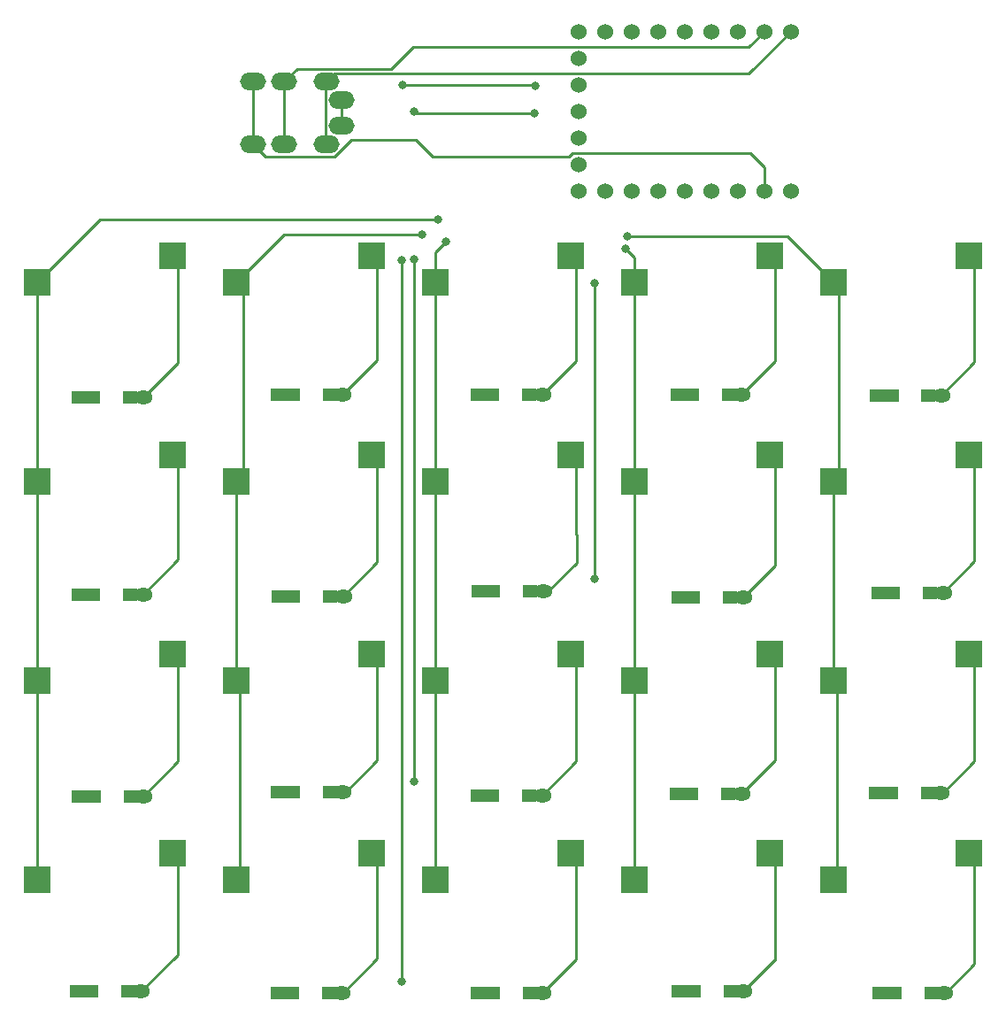
<source format=gbr>
%TF.GenerationSoftware,KiCad,Pcbnew,7.0.1-0*%
%TF.CreationDate,2023-09-10T15:08:47+09:00*%
%TF.ProjectId,jisaku20rp,6a697361-6b75-4323-9072-702e6b696361,rev?*%
%TF.SameCoordinates,Original*%
%TF.FileFunction,Copper,L2,Bot*%
%TF.FilePolarity,Positive*%
%FSLAX46Y46*%
G04 Gerber Fmt 4.6, Leading zero omitted, Abs format (unit mm)*
G04 Created by KiCad (PCBNEW 7.0.1-0) date 2023-09-10 15:08:47*
%MOMM*%
%LPD*%
G01*
G04 APERTURE LIST*
%TA.AperFunction,ComponentPad*%
%ADD10O,2.500000X1.700000*%
%TD*%
%TA.AperFunction,SMDPad,CuDef*%
%ADD11R,2.550000X2.500000*%
%TD*%
%TA.AperFunction,ComponentPad*%
%ADD12C,1.524000*%
%TD*%
%TA.AperFunction,ComponentPad*%
%ADD13R,1.778000X1.300000*%
%TD*%
%TA.AperFunction,SMDPad,CuDef*%
%ADD14R,1.400000X1.300000*%
%TD*%
%TA.AperFunction,ComponentPad*%
%ADD15O,1.778000X1.300000*%
%TD*%
%TA.AperFunction,ViaPad*%
%ADD16C,0.800000*%
%TD*%
%TA.AperFunction,Conductor*%
%ADD17C,0.250000*%
%TD*%
G04 APERTURE END LIST*
D10*
%TO.P,J1,A*%
%TO.N,unconnected-(J1-PadA)*%
X22060000Y17520000D03*
X22060000Y19970000D03*
%TO.P,J1,B*%
%TO.N,data*%
X13560000Y15770000D03*
X13560000Y21720000D03*
%TO.P,J1,C*%
%TO.N,GND*%
X16560000Y15770000D03*
X16560000Y21720000D03*
%TO.P,J1,D*%
%TO.N,VCC*%
X20560000Y15770000D03*
X20560000Y21720000D03*
%TD*%
D11*
%TO.P,SW15,1,1*%
%TO.N,col4*%
X69115000Y-35560000D03*
%TO.P,SW15,2,2*%
%TO.N,Net-(D15-A)*%
X82042000Y-33020000D03*
%TD*%
%TO.P,SW1,1,1*%
%TO.N,col0*%
X-7085000Y2540000D03*
%TO.P,SW1,2,2*%
%TO.N,Net-(D1-A)*%
X5842000Y5080000D03*
%TD*%
%TO.P,SW14,1,1*%
%TO.N,col3*%
X50065000Y-35560000D03*
%TO.P,SW14,2,2*%
%TO.N,Net-(D14-A)*%
X62992000Y-33020000D03*
%TD*%
%TO.P,SW2,1,1*%
%TO.N,col1*%
X11965000Y2540000D03*
%TO.P,SW2,2,2*%
%TO.N,Net-(D2-A)*%
X24892000Y5080000D03*
%TD*%
%TO.P,SW17,1,1*%
%TO.N,col1*%
X11965000Y-54610000D03*
%TO.P,SW17,2,2*%
%TO.N,Net-(D17-A)*%
X24892000Y-52070000D03*
%TD*%
D12*
%TO.P,U2,0,GP0*%
%TO.N,unconnected-(U2-GP0-Pad0)*%
X65000000Y11230000D03*
%TO.P,U2,1,GP1*%
%TO.N,data*%
X62460000Y11230000D03*
%TO.P,U2,2,GP2*%
%TO.N,unconnected-(U2-GP2-Pad2)*%
X59920000Y11230000D03*
%TO.P,U2,3,GP3*%
%TO.N,unconnected-(U2-GP3-Pad3)*%
X57380000Y11230000D03*
%TO.P,U2,4,GP4*%
%TO.N,unconnected-(U2-GP4-Pad4)*%
X54840000Y11230000D03*
%TO.P,U2,5,GP5*%
%TO.N,unconnected-(U2-GP5-Pad5)*%
X52300000Y11230000D03*
%TO.P,U2,6,GP6*%
%TO.N,unconnected-(U2-GP6-Pad6)*%
X49760000Y11230000D03*
%TO.P,U2,7,GP7*%
%TO.N,col4*%
X47220000Y11230000D03*
%TO.P,U2,8,GP8*%
%TO.N,col3*%
X44680000Y11230000D03*
%TO.P,U2,9,GP9*%
%TO.N,row0*%
X44680000Y13770000D03*
%TO.P,U2,10,GP10*%
%TO.N,row1*%
X44680000Y16310000D03*
%TO.P,U2,11,GP11*%
%TO.N,row2*%
X44680000Y18850000D03*
%TO.P,U2,12,GP12*%
%TO.N,row3*%
X44680000Y21390000D03*
%TO.P,U2,13,GP13*%
%TO.N,col2*%
X44680000Y23930000D03*
%TO.P,U2,14,GP14*%
%TO.N,col1*%
X44680000Y26470000D03*
%TO.P,U2,15,GP15*%
%TO.N,col0*%
X47220000Y26470000D03*
%TO.P,U2,26,GP26*%
%TO.N,unconnected-(U2-GP26-Pad26)*%
X49760000Y26470000D03*
%TO.P,U2,27,GP27*%
%TO.N,unconnected-(U2-GP27-Pad27)*%
X52300000Y26470000D03*
%TO.P,U2,28,GP28*%
%TO.N,unconnected-(U2-GP28-Pad28)*%
X54840000Y26470000D03*
%TO.P,U2,29,GP29*%
%TO.N,unconnected-(U2-GP29-Pad29)*%
X57380000Y26470000D03*
%TO.P,U2,30,3V3*%
%TO.N,unconnected-(U2-3V3-Pad30)*%
X59920000Y26470000D03*
%TO.P,U2,31,GND*%
%TO.N,GND*%
X62460000Y26470000D03*
%TO.P,U2,32,5V*%
%TO.N,VCC*%
X65000000Y26470000D03*
%TD*%
D11*
%TO.P,SW5,1,1*%
%TO.N,col4*%
X69115000Y2540000D03*
%TO.P,SW5,2,2*%
%TO.N,Net-(D5-A)*%
X82042000Y5080000D03*
%TD*%
%TO.P,SW7,1,1*%
%TO.N,col1*%
X11965000Y-16510000D03*
%TO.P,SW7,2,2*%
%TO.N,Net-(D7-A)*%
X24892000Y-13970000D03*
%TD*%
%TO.P,SW20,1,1*%
%TO.N,col4*%
X69115000Y-54610000D03*
%TO.P,SW20,2,2*%
%TO.N,Net-(D20-A)*%
X82042000Y-52070000D03*
%TD*%
%TO.P,SW8,1,1*%
%TO.N,col2*%
X31015000Y-16510000D03*
%TO.P,SW8,2,2*%
%TO.N,Net-(D8-A)*%
X43942000Y-13970000D03*
%TD*%
%TO.P,SW10,1,1*%
%TO.N,col4*%
X69115000Y-16510000D03*
%TO.P,SW10,2,2*%
%TO.N,Net-(D10-A)*%
X82042000Y-13970000D03*
%TD*%
%TO.P,SW3,1,1*%
%TO.N,col2*%
X31015000Y2540000D03*
%TO.P,SW3,2,2*%
%TO.N,Net-(D3-A)*%
X43942000Y5080000D03*
%TD*%
%TO.P,SW16,1,1*%
%TO.N,col0*%
X-7085000Y-54610000D03*
%TO.P,SW16,2,2*%
%TO.N,Net-(D16-A)*%
X5842000Y-52070000D03*
%TD*%
%TO.P,SW18,1,1*%
%TO.N,col2*%
X31015000Y-54610000D03*
%TO.P,SW18,2,2*%
%TO.N,Net-(D18-A)*%
X43942000Y-52070000D03*
%TD*%
%TO.P,SW12,1,1*%
%TO.N,col1*%
X11965000Y-35560000D03*
%TO.P,SW12,2,2*%
%TO.N,Net-(D12-A)*%
X24892000Y-33020000D03*
%TD*%
%TO.P,SW9,1,1*%
%TO.N,col3*%
X50065000Y-16510000D03*
%TO.P,SW9,2,2*%
%TO.N,Net-(D9-A)*%
X62992000Y-13970000D03*
%TD*%
%TO.P,SW11,1,1*%
%TO.N,col0*%
X-7085000Y-35560000D03*
%TO.P,SW11,2,2*%
%TO.N,Net-(D11-A)*%
X5842000Y-33020000D03*
%TD*%
%TO.P,SW6,1,1*%
%TO.N,col0*%
X-7085000Y-16510000D03*
%TO.P,SW6,2,2*%
%TO.N,Net-(D6-A)*%
X5842000Y-13970000D03*
%TD*%
%TO.P,SW4,1,1*%
%TO.N,col3*%
X50065000Y2540000D03*
%TO.P,SW4,2,2*%
%TO.N,Net-(D4-A)*%
X62992000Y5080000D03*
%TD*%
%TO.P,SW13,1,1*%
%TO.N,col2*%
X31015000Y-35560000D03*
%TO.P,SW13,2,2*%
%TO.N,Net-(D13-A)*%
X43942000Y-33020000D03*
%TD*%
%TO.P,SW19,1,1*%
%TO.N,col3*%
X50065000Y-54610000D03*
%TO.P,SW19,2,2*%
%TO.N,Net-(D19-A)*%
X62992000Y-52070000D03*
%TD*%
D13*
%TO.P,D15,1,K*%
%TO.N,row2*%
X73360000Y-46332500D03*
D14*
X74585000Y-46332500D03*
%TO.P,D15,2,A*%
%TO.N,Net-(D15-A)*%
X78135000Y-46332500D03*
D15*
X79360000Y-46332500D03*
%TD*%
D13*
%TO.P,D11,1,K*%
%TO.N,row2*%
X-2930000Y-46640000D03*
D14*
X-1705000Y-46640000D03*
%TO.P,D11,2,A*%
%TO.N,Net-(D11-A)*%
X1845000Y-46640000D03*
D15*
X3070000Y-46640000D03*
%TD*%
D13*
%TO.P,D4,1,K*%
%TO.N,row0*%
X54330000Y-8240000D03*
D14*
X55555000Y-8240000D03*
%TO.P,D4,2,A*%
%TO.N,Net-(D4-A)*%
X59105000Y-8240000D03*
D15*
X60330000Y-8240000D03*
%TD*%
D13*
%TO.P,D6,1,K*%
%TO.N,row1*%
X-2950000Y-27340000D03*
D14*
X-1725000Y-27340000D03*
%TO.P,D6,2,A*%
%TO.N,Net-(D6-A)*%
X1825000Y-27340000D03*
D15*
X3050000Y-27340000D03*
%TD*%
D13*
%TO.P,D9,1,K*%
%TO.N,row1*%
X54440000Y-27630000D03*
D14*
X55665000Y-27630000D03*
%TO.P,D9,2,A*%
%TO.N,Net-(D9-A)*%
X59215000Y-27630000D03*
D15*
X60440000Y-27630000D03*
%TD*%
D13*
%TO.P,D8,1,K*%
%TO.N,row1*%
X35310000Y-27050000D03*
D14*
X36535000Y-27050000D03*
%TO.P,D8,2,A*%
%TO.N,Net-(D8-A)*%
X40085000Y-27050000D03*
D15*
X41310000Y-27050000D03*
%TD*%
D13*
%TO.P,D20,1,K*%
%TO.N,row3*%
X73695000Y-65430000D03*
D14*
X74920000Y-65430000D03*
%TO.P,D20,2,A*%
%TO.N,Net-(D20-A)*%
X78470000Y-65430000D03*
D15*
X79695000Y-65430000D03*
%TD*%
D13*
%TO.P,D17,1,K*%
%TO.N,row3*%
X16061250Y-65430000D03*
D14*
X17286250Y-65430000D03*
%TO.P,D17,2,A*%
%TO.N,Net-(D17-A)*%
X20836250Y-65430000D03*
D15*
X22061250Y-65430000D03*
%TD*%
D13*
%TO.P,D12,1,K*%
%TO.N,row2*%
X16142500Y-46230000D03*
D14*
X17367500Y-46230000D03*
%TO.P,D12,2,A*%
%TO.N,Net-(D12-A)*%
X20917500Y-46230000D03*
D15*
X22142500Y-46230000D03*
%TD*%
D13*
%TO.P,D10,1,K*%
%TO.N,row1*%
X73570000Y-27195000D03*
D14*
X74795000Y-27195000D03*
%TO.P,D10,2,A*%
%TO.N,Net-(D10-A)*%
X78345000Y-27195000D03*
D15*
X79570000Y-27195000D03*
%TD*%
D13*
%TO.P,D5,1,K*%
%TO.N,row0*%
X73430000Y-8300000D03*
D14*
X74655000Y-8300000D03*
%TO.P,D5,2,A*%
%TO.N,Net-(D5-A)*%
X78205000Y-8300000D03*
D15*
X79430000Y-8300000D03*
%TD*%
D13*
%TO.P,D13,1,K*%
%TO.N,row2*%
X35215000Y-46537500D03*
D14*
X36440000Y-46537500D03*
%TO.P,D13,2,A*%
%TO.N,Net-(D13-A)*%
X39990000Y-46537500D03*
D15*
X41215000Y-46537500D03*
%TD*%
D13*
%TO.P,D1,1,K*%
%TO.N,row0*%
X-2970000Y-8510000D03*
D14*
X-1745000Y-8510000D03*
%TO.P,D1,2,A*%
%TO.N,Net-(D1-A)*%
X1805000Y-8510000D03*
D15*
X3030000Y-8510000D03*
%TD*%
D13*
%TO.P,D14,1,K*%
%TO.N,row2*%
X54287500Y-46435000D03*
D14*
X55512500Y-46435000D03*
%TO.P,D14,2,A*%
%TO.N,Net-(D14-A)*%
X59062500Y-46435000D03*
D15*
X60287500Y-46435000D03*
%TD*%
D13*
%TO.P,D7,1,K*%
%TO.N,row1*%
X16180000Y-27485000D03*
D14*
X17405000Y-27485000D03*
%TO.P,D7,2,A*%
%TO.N,Net-(D7-A)*%
X20955000Y-27485000D03*
D15*
X22180000Y-27485000D03*
%TD*%
D13*
%TO.P,D3,1,K*%
%TO.N,row0*%
X35230000Y-8240000D03*
D14*
X36455000Y-8240000D03*
%TO.P,D3,2,A*%
%TO.N,Net-(D3-A)*%
X40005000Y-8240000D03*
D15*
X41230000Y-8240000D03*
%TD*%
D13*
%TO.P,D19,1,K*%
%TO.N,row3*%
X54483750Y-65300000D03*
D14*
X55708750Y-65300000D03*
%TO.P,D19,2,A*%
%TO.N,Net-(D19-A)*%
X59258750Y-65300000D03*
D15*
X60483750Y-65300000D03*
%TD*%
D13*
%TO.P,D18,1,K*%
%TO.N,row3*%
X35272500Y-65430000D03*
D14*
X36497500Y-65430000D03*
%TO.P,D18,2,A*%
%TO.N,Net-(D18-A)*%
X40047500Y-65430000D03*
D15*
X41272500Y-65430000D03*
%TD*%
D13*
%TO.P,D16,1,K*%
%TO.N,row3*%
X-3150000Y-65300000D03*
D14*
X-1925000Y-65300000D03*
%TO.P,D16,2,A*%
%TO.N,Net-(D16-A)*%
X1625000Y-65300000D03*
D15*
X2850000Y-65300000D03*
%TD*%
D13*
%TO.P,D2,1,K*%
%TO.N,row0*%
X16130000Y-8240000D03*
D14*
X17355000Y-8240000D03*
%TO.P,D2,2,A*%
%TO.N,Net-(D2-A)*%
X20905000Y-8240000D03*
D15*
X22130000Y-8240000D03*
%TD*%
D16*
%TO.N,row1*%
X46220000Y2490000D03*
X46220000Y-25840000D03*
%TO.N,row2*%
X28980000Y-45255000D03*
X28970000Y4720000D03*
X28960000Y18850000D03*
X40490000Y18720000D03*
%TO.N,row3*%
X27820000Y4640000D03*
X27810000Y-64320000D03*
X40560000Y21370000D03*
X27840000Y21410000D03*
%TO.N,col0*%
X31220000Y8510000D03*
%TO.N,col1*%
X29770000Y7110000D03*
%TO.N,col2*%
X32050000Y6410000D03*
%TO.N,col3*%
X49220000Y5790000D03*
%TO.N,col4*%
X49410000Y6955000D03*
%TD*%
D17*
%TO.N,Net-(D1-A)*%
X5842000Y5080000D02*
X6405000Y4517000D01*
X6405000Y4517000D02*
X6405000Y-5135000D01*
X6405000Y-5135000D02*
X3030000Y-8510000D01*
%TO.N,Net-(D2-A)*%
X25455000Y-4915000D02*
X22130000Y-8240000D01*
X24892000Y5080000D02*
X25455000Y4517000D01*
X25455000Y4517000D02*
X25455000Y-4915000D01*
%TO.N,Net-(D3-A)*%
X43942000Y5080000D02*
X44505000Y4517000D01*
X44505000Y4517000D02*
X44505000Y-4965000D01*
X44505000Y-4965000D02*
X41230000Y-8240000D01*
%TO.N,Net-(D4-A)*%
X63555000Y-5015000D02*
X60330000Y-8240000D01*
X63555000Y4517000D02*
X63555000Y-5015000D01*
X62992000Y5080000D02*
X63555000Y4517000D01*
%TO.N,Net-(D5-A)*%
X82042000Y5080000D02*
X82605000Y4517000D01*
X82605000Y4517000D02*
X82605000Y-5125000D01*
X82605000Y-5125000D02*
X79430000Y-8300000D01*
%TO.N,row1*%
X46220000Y2490000D02*
X46220000Y-25840000D01*
%TO.N,Net-(D6-A)*%
X6405000Y-14533000D02*
X6405000Y-23985000D01*
X6405000Y-23985000D02*
X3050000Y-27340000D01*
X5842000Y-13970000D02*
X6405000Y-14533000D01*
%TO.N,Net-(D7-A)*%
X22180000Y-27485000D02*
X25455000Y-24210000D01*
X25455000Y-14533000D02*
X24892000Y-13970000D01*
X25455000Y-24210000D02*
X25455000Y-14533000D01*
%TO.N,Net-(D8-A)*%
X44520000Y-21590000D02*
X44520000Y-24260000D01*
X44505000Y-21575000D02*
X44520000Y-21590000D01*
X44505000Y-14533000D02*
X44505000Y-21575000D01*
X41730000Y-27050000D02*
X41310000Y-27050000D01*
X43942000Y-13970000D02*
X44505000Y-14533000D01*
X44520000Y-24260000D02*
X41730000Y-27050000D01*
%TO.N,Net-(D9-A)*%
X63555000Y-24515000D02*
X60440000Y-27630000D01*
X62992000Y-13970000D02*
X63555000Y-14533000D01*
X63555000Y-14533000D02*
X63555000Y-24515000D01*
%TO.N,Net-(D10-A)*%
X82605000Y-14533000D02*
X82605000Y-24160000D01*
X82042000Y-13970000D02*
X82605000Y-14533000D01*
X82605000Y-24160000D02*
X79570000Y-27195000D01*
%TO.N,row2*%
X28970000Y-45245000D02*
X28980000Y-45255000D01*
X29090000Y18720000D02*
X28960000Y18850000D01*
X28970000Y4720000D02*
X28970000Y-45245000D01*
X40490000Y18720000D02*
X29090000Y18720000D01*
%TO.N,Net-(D11-A)*%
X6405000Y-43305000D02*
X6405000Y-33583000D01*
X6405000Y-33583000D02*
X5842000Y-33020000D01*
X3070000Y-46640000D02*
X6405000Y-43305000D01*
%TO.N,row3*%
X40520000Y21410000D02*
X40560000Y21370000D01*
X27820000Y4640000D02*
X27820000Y-64310000D01*
X27840000Y21410000D02*
X40520000Y21410000D01*
X27820000Y-64310000D02*
X27810000Y-64320000D01*
%TO.N,Net-(D12-A)*%
X22450000Y-46230000D02*
X22142500Y-46230000D01*
X24892000Y-33020000D02*
X25455000Y-33583000D01*
X25455000Y-43225000D02*
X22450000Y-46230000D01*
X25455000Y-33583000D02*
X25455000Y-43225000D01*
%TO.N,Net-(D13-A)*%
X44505000Y-43247500D02*
X41215000Y-46537500D01*
X44505000Y-33583000D02*
X44505000Y-43247500D01*
X43942000Y-33020000D02*
X44505000Y-33583000D01*
%TO.N,Net-(D14-A)*%
X63555000Y-33583000D02*
X63555000Y-43167500D01*
X62992000Y-33020000D02*
X63555000Y-33583000D01*
X63555000Y-43167500D02*
X60287500Y-46435000D01*
%TO.N,Net-(D15-A)*%
X79567500Y-46332500D02*
X79360000Y-46332500D01*
X82042000Y-33020000D02*
X82605000Y-33583000D01*
X82605000Y-33583000D02*
X82605000Y-43295000D01*
X82605000Y-43295000D02*
X79567500Y-46332500D01*
%TO.N,Net-(D16-A)*%
X6370000Y-61780000D02*
X6370000Y-60520000D01*
X2850000Y-65300000D02*
X6370000Y-61780000D01*
X6370000Y-60520000D02*
X6405000Y-60485000D01*
X6405000Y-52633000D02*
X5842000Y-52070000D01*
X6405000Y-60485000D02*
X6405000Y-52633000D01*
%TO.N,Net-(D17-A)*%
X25455000Y-62185000D02*
X22210000Y-65430000D01*
X24892000Y-52070000D02*
X25455000Y-52633000D01*
X22210000Y-65430000D02*
X22061250Y-65430000D01*
X25455000Y-52633000D02*
X25455000Y-62185000D01*
%TO.N,Net-(D18-A)*%
X44505000Y-62197500D02*
X44505000Y-52633000D01*
X44505000Y-52633000D02*
X43942000Y-52070000D01*
X41272500Y-65430000D02*
X44505000Y-62197500D01*
%TO.N,Net-(D19-A)*%
X63555000Y-52633000D02*
X63555000Y-62315000D01*
X62992000Y-52070000D02*
X63555000Y-52633000D01*
X63555000Y-62315000D02*
X63468750Y-62315000D01*
X63468750Y-62315000D02*
X60483750Y-65300000D01*
%TO.N,Net-(D20-A)*%
X82605000Y-52633000D02*
X82605000Y-62655000D01*
X82042000Y-52070000D02*
X82605000Y-52633000D01*
X82605000Y-62655000D02*
X79830000Y-65430000D01*
X79830000Y-65430000D02*
X79695000Y-65430000D01*
%TO.N,col0*%
X31260000Y8550000D02*
X31220000Y8510000D01*
X31220000Y8510000D02*
X31180000Y8550000D01*
X-7085000Y-35560000D02*
X-7085000Y-54610000D01*
X31180000Y8550000D02*
X-1075000Y8550000D01*
X-1075000Y8550000D02*
X-7085000Y2540000D01*
X-7085000Y-16510000D02*
X-7085000Y-35560000D01*
X-7085000Y2540000D02*
X-7085000Y-16510000D01*
%TO.N,col1*%
X12645000Y-15830000D02*
X12645000Y1860000D01*
X12310000Y-35905000D02*
X11965000Y-35560000D01*
X11965000Y-54610000D02*
X12310000Y-54265000D01*
X11965000Y-35560000D02*
X11965000Y-16510000D01*
X16565000Y7140000D02*
X11965000Y2540000D01*
X12310000Y-54265000D02*
X12310000Y-35905000D01*
X29770000Y7110000D02*
X29740000Y7140000D01*
X12645000Y1860000D02*
X11965000Y2540000D01*
X11965000Y-16510000D02*
X12645000Y-15830000D01*
X29800000Y7140000D02*
X29770000Y7110000D01*
X29740000Y7140000D02*
X16565000Y7140000D01*
%TO.N,col2*%
X31015000Y-16510000D02*
X31015000Y-35560000D01*
X31015000Y2540000D02*
X31015000Y-16510000D01*
X31015000Y-54610000D02*
X31015000Y-35560000D01*
X32050000Y6410000D02*
X31015000Y5375000D01*
X31015000Y5375000D02*
X31015000Y2540000D01*
%TO.N,col3*%
X50065000Y-35560000D02*
X50065000Y-16510000D01*
X50065000Y-54610000D02*
X50065000Y-35560000D01*
X50065000Y4945000D02*
X49220000Y5790000D01*
X50065000Y-16510000D02*
X50065000Y2540000D01*
X50065000Y2540000D02*
X50065000Y4945000D01*
%TO.N,col4*%
X69115000Y-35560000D02*
X69400000Y-35845000D01*
X64700000Y6955000D02*
X69115000Y2540000D01*
X69580000Y-16045000D02*
X69115000Y-16510000D01*
X69400000Y-35845000D02*
X69400000Y-54325000D01*
X69115000Y-16510000D02*
X69115000Y-35560000D01*
X49295000Y6955000D02*
X49410000Y6955000D01*
X49410000Y6955000D02*
X64700000Y6955000D01*
X69115000Y2540000D02*
X69580000Y2075000D01*
X69400000Y-54325000D02*
X69115000Y-54610000D01*
X69580000Y2075000D02*
X69580000Y-16045000D01*
%TO.N,GND*%
X16560000Y21720000D02*
X16560000Y15770000D01*
X26783000Y22930000D02*
X28870000Y25017000D01*
X61007000Y25017000D02*
X62460000Y26470000D01*
X16560000Y21720000D02*
X17770000Y22930000D01*
X17770000Y22930000D02*
X26783000Y22930000D01*
X28870000Y25017000D02*
X61007000Y25017000D01*
%TO.N,data*%
X21349615Y14568625D02*
X14761375Y14568625D01*
X13560000Y21720000D02*
X13560000Y15770000D01*
X43828625Y14568625D02*
X30760000Y14568625D01*
X44117000Y14857000D02*
X43828625Y14568625D01*
X14761375Y14568625D02*
X13560000Y15770000D01*
X62460000Y11230000D02*
X62460000Y13510000D01*
X30760000Y14568625D02*
X29164312Y16164312D01*
X62460000Y13510000D02*
X61113000Y14857000D01*
X29164312Y16164312D02*
X22945302Y16164312D01*
X61113000Y14857000D02*
X44117000Y14857000D01*
X22945302Y16164312D02*
X21349615Y14568625D01*
%TO.N,VCC*%
X20535000Y21695000D02*
X20535000Y15795000D01*
X61007000Y22477000D02*
X21317000Y22477000D01*
X21317000Y22477000D02*
X20560000Y21720000D01*
X20535000Y15795000D02*
X20560000Y15770000D01*
X20560000Y21720000D02*
X20535000Y21695000D01*
X65000000Y26470000D02*
X61007000Y22477000D01*
%TO.N,unconnected-(J1-PadA)*%
X22060000Y19970000D02*
X22060000Y17520000D01*
%TD*%
M02*

</source>
